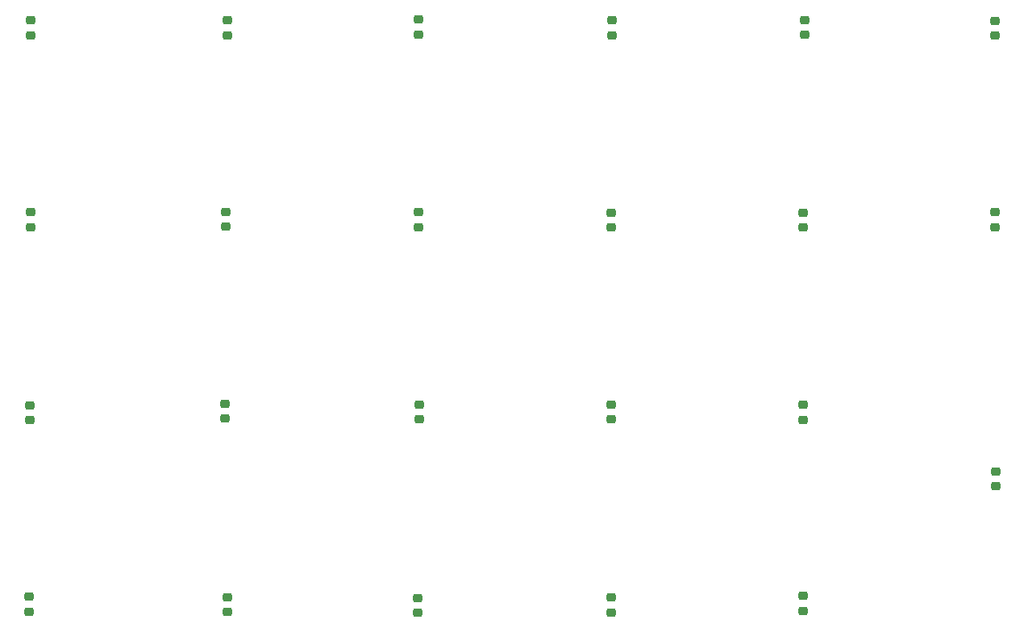
<source format=gbr>
%TF.GenerationSoftware,KiCad,Pcbnew,(7.0.0)*%
%TF.CreationDate,2024-11-11T13:13:17+03:00*%
%TF.ProjectId,04. Keyboard 6x4 Matrix,30342e20-4b65-4796-926f-617264203678,rev?*%
%TF.SameCoordinates,PX24bd848PY898b2e8*%
%TF.FileFunction,Paste,Bot*%
%TF.FilePolarity,Positive*%
%FSLAX46Y46*%
G04 Gerber Fmt 4.6, Leading zero omitted, Abs format (unit mm)*
G04 Created by KiCad (PCBNEW (7.0.0)) date 2024-11-11 13:13:17*
%MOMM*%
%LPD*%
G01*
G04 APERTURE LIST*
G04 Aperture macros list*
%AMRoundRect*
0 Rectangle with rounded corners*
0 $1 Rounding radius*
0 $2 $3 $4 $5 $6 $7 $8 $9 X,Y pos of 4 corners*
0 Add a 4 corners polygon primitive as box body*
4,1,4,$2,$3,$4,$5,$6,$7,$8,$9,$2,$3,0*
0 Add four circle primitives for the rounded corners*
1,1,$1+$1,$2,$3*
1,1,$1+$1,$4,$5*
1,1,$1+$1,$6,$7*
1,1,$1+$1,$8,$9*
0 Add four rect primitives between the rounded corners*
20,1,$1+$1,$2,$3,$4,$5,0*
20,1,$1+$1,$4,$5,$6,$7,0*
20,1,$1+$1,$6,$7,$8,$9,0*
20,1,$1+$1,$8,$9,$2,$3,0*%
G04 Aperture macros list end*
%ADD10RoundRect,0.218750X0.256250X-0.218750X0.256250X0.218750X-0.256250X0.218750X-0.256250X-0.218750X0*%
%ADD11RoundRect,0.218750X-0.256250X0.218750X-0.256250X-0.218750X0.256250X-0.218750X0.256250X0.218750X0*%
G04 APERTURE END LIST*
D10*
%TO.C,D23*%
X115900000Y10325000D03*
X115900000Y11900000D03*
%TD*%
%TO.C,D10*%
X136025000Y70775000D03*
X136025000Y72350000D03*
%TD*%
%TO.C,D5*%
X55275000Y50700000D03*
X55275000Y52275000D03*
%TD*%
%TO.C,D14*%
X115850000Y30400000D03*
X115850000Y31975000D03*
%TD*%
%TO.C,D22*%
X95725000Y10175000D03*
X95725000Y11750000D03*
%TD*%
%TO.C,D21*%
X75400000Y10150000D03*
X75400000Y11725000D03*
%TD*%
%TO.C,D8*%
X95775000Y70800000D03*
X95775000Y72375000D03*
%TD*%
%TO.C,D17*%
X55175000Y30550000D03*
X55175000Y32125000D03*
%TD*%
%TO.C,D19*%
X34575000Y10250000D03*
X34575000Y11825000D03*
%TD*%
%TO.C,D11*%
X136025000Y50675000D03*
X136025000Y52250000D03*
%TD*%
%TO.C,D3*%
X75500000Y70900000D03*
X75500000Y72475000D03*
%TD*%
%TO.C,D16*%
X75550000Y30450000D03*
X75550000Y32025000D03*
%TD*%
%TO.C,D20*%
X55375000Y10225000D03*
X55375000Y11800000D03*
%TD*%
%TO.C,D2*%
X55400000Y70800000D03*
X55400000Y72375000D03*
%TD*%
%TO.C,D18*%
X34650000Y30375000D03*
X34650000Y31950000D03*
%TD*%
%TO.C,D4*%
X34775000Y50650000D03*
X34775000Y52225000D03*
%TD*%
%TO.C,D12*%
X115850000Y50600000D03*
X115850000Y52175000D03*
%TD*%
%TO.C,D15*%
X95700000Y30450000D03*
X95700000Y32025000D03*
%TD*%
%TO.C,D1*%
X34725000Y70825000D03*
X34725000Y72400000D03*
%TD*%
%TO.C,D7*%
X95725000Y50625000D03*
X95725000Y52200000D03*
%TD*%
%TO.C,D6*%
X75500000Y50650000D03*
X75500000Y52225000D03*
%TD*%
%TO.C,D9*%
X116025000Y70850000D03*
X116025000Y72425000D03*
%TD*%
D11*
%TO.C,D13*%
X136075000Y25000000D03*
X136075000Y23425000D03*
%TD*%
M02*

</source>
